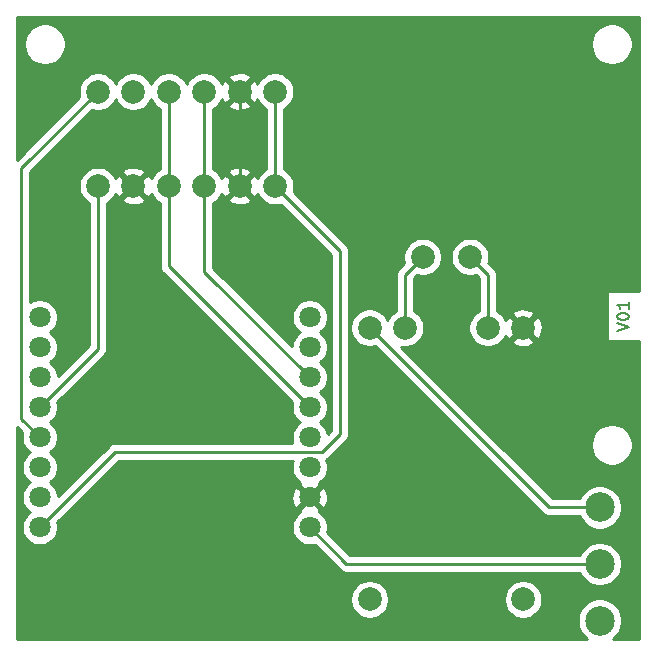
<source format=gtl>
%TF.GenerationSoftware,KiCad,Pcbnew,(5.1.10)-1*%
%TF.CreationDate,2021-12-21T20:20:17-05:00*%
%TF.ProjectId,SlimeVRMotherBoard,536c696d-6556-4524-9d6f-74686572426f,rev?*%
%TF.SameCoordinates,Original*%
%TF.FileFunction,Copper,L1,Top*%
%TF.FilePolarity,Positive*%
%FSLAX46Y46*%
G04 Gerber Fmt 4.6, Leading zero omitted, Abs format (unit mm)*
G04 Created by KiCad (PCBNEW (5.1.10)-1) date 2021-12-21 20:20:17*
%MOMM*%
%LPD*%
G01*
G04 APERTURE LIST*
%TA.AperFunction,NonConductor*%
%ADD10C,0.150000*%
%TD*%
%TA.AperFunction,ComponentPad*%
%ADD11C,2.000000*%
%TD*%
%TA.AperFunction,ComponentPad*%
%ADD12C,2.500000*%
%TD*%
%TA.AperFunction,ComponentPad*%
%ADD13C,1.800000*%
%TD*%
%TA.AperFunction,Conductor*%
%ADD14C,0.250000*%
%TD*%
%TA.AperFunction,Conductor*%
%ADD15C,0.254000*%
%TD*%
%TA.AperFunction,Conductor*%
%ADD16C,0.100000*%
%TD*%
G04 APERTURE END LIST*
D10*
X185452380Y-122285714D02*
X186452380Y-121952380D01*
X185452380Y-121619047D01*
X185452380Y-121095238D02*
X185452380Y-121000000D01*
X185500000Y-120904761D01*
X185547619Y-120857142D01*
X185642857Y-120809523D01*
X185833333Y-120761904D01*
X186071428Y-120761904D01*
X186261904Y-120809523D01*
X186357142Y-120857142D01*
X186404761Y-120904761D01*
X186452380Y-121000000D01*
X186452380Y-121095238D01*
X186404761Y-121190476D01*
X186357142Y-121238095D01*
X186261904Y-121285714D01*
X186071428Y-121333333D01*
X185833333Y-121333333D01*
X185642857Y-121285714D01*
X185547619Y-121238095D01*
X185500000Y-121190476D01*
X185452380Y-121095238D01*
X186452380Y-119809523D02*
X186452380Y-120380952D01*
X186452380Y-120095238D02*
X185452380Y-120095238D01*
X185595238Y-120190476D01*
X185690476Y-120285714D01*
X185738095Y-120380952D01*
D11*
%TO.P,BT1,1*%
%TO.N,Net-(BT1-Pad1)*%
X173000000Y-116000000D03*
%TO.P,BT1,2*%
%TO.N,Net-(BT1-Pad2)*%
X169000000Y-116000000D03*
%TD*%
D12*
%TO.P,S1,2*%
%TO.N,Net-(S1-Pad2)*%
X184000000Y-142000000D03*
%TO.P,S1,1*%
%TO.N,Net-(S1-Pad1)*%
X184000000Y-146800000D03*
%TO.P,S1,3*%
%TO.N,Net-(S1-Pad3)*%
X184000000Y-137200000D03*
%TD*%
D11*
%TO.P,U1,4*%
%TO.N,Net-(U1-Pad4)*%
X177500000Y-122000000D03*
%TO.P,U1,3*%
%TO.N,Net-(BT1-Pad1)*%
X174500000Y-122000000D03*
%TO.P,U1,5*%
%TO.N,Net-(U1-Pad5)*%
X164500000Y-145000000D03*
%TO.P,U1,6*%
%TO.N,Net-(U1-Pad6)*%
X177500000Y-145000000D03*
%TO.P,U1,1*%
%TO.N,Net-(S1-Pad3)*%
X164500000Y-122000000D03*
%TO.P,U1,2*%
%TO.N,Net-(BT1-Pad2)*%
X167500000Y-122000000D03*
%TD*%
D13*
%TO.P,U2,8*%
%TO.N,Net-(U2-Pad8)*%
X136570000Y-138890000D03*
%TO.P,U2,9*%
%TO.N,Net-(S1-Pad2)*%
X159430000Y-138890000D03*
%TO.P,U2,7*%
%TO.N,Net-(U2-Pad7)*%
X136570000Y-136350000D03*
%TO.P,U2,10*%
%TO.N,Net-(U1-Pad4)*%
X159430000Y-136350000D03*
%TO.P,U2,6*%
%TO.N,Net-(U2-Pad6)*%
X136570000Y-133810000D03*
%TO.P,U2,11*%
%TO.N,Net-(U2-Pad11)*%
X159430000Y-133810000D03*
%TO.P,U2,5*%
%TO.N,Net-(U2-Pad5)*%
X136570000Y-131270000D03*
%TO.P,U2,12*%
%TO.N,Net-(U2-Pad12)*%
X159430000Y-131270000D03*
%TO.P,U2,4*%
%TO.N,Net-(U2-Pad4)*%
X136570000Y-128730000D03*
%TO.P,U2,13*%
%TO.N,Net-(U2-Pad13)*%
X159430000Y-128730000D03*
%TO.P,U2,3*%
%TO.N,Net-(U2-Pad3)*%
X136570000Y-126190000D03*
%TO.P,U2,14*%
%TO.N,Net-(U2-Pad14)*%
X159430000Y-126190000D03*
%TO.P,U2,2*%
%TO.N,Net-(U2-Pad2)*%
X136570000Y-123650000D03*
%TO.P,U2,15*%
%TO.N,Net-(U2-Pad15)*%
X159430000Y-123650000D03*
%TO.P,U2,1*%
%TO.N,Net-(U2-Pad1)*%
X136570000Y-121110000D03*
%TO.P,U2,16*%
%TO.N,Net-(U2-Pad16)*%
X159430000Y-121110000D03*
%TD*%
D11*
%TO.P,U3,3*%
%TO.N,Net-(U2-Pad14)*%
X150500000Y-110000000D03*
%TO.P,U3,2*%
%TO.N,Net-(U1-Pad4)*%
X153500000Y-110000000D03*
%TO.P,U3,1*%
%TO.N,Net-(U2-Pad8)*%
X156500000Y-110000000D03*
%TO.P,U3,4*%
%TO.N,Net-(U2-Pad13)*%
X147500000Y-110000000D03*
%TO.P,U3,5*%
%TO.N,Net-(U1-Pad4)*%
X144500000Y-110000000D03*
%TO.P,U3,6*%
%TO.N,Net-(U2-Pad4)*%
X141500000Y-110000000D03*
%TD*%
%TO.P,U4,6*%
%TO.N,Net-(U2-Pad5)*%
X141500000Y-102000000D03*
%TO.P,U4,5*%
%TO.N,Net-(U4-Pad5)*%
X144500000Y-102000000D03*
%TO.P,U4,4*%
%TO.N,Net-(U2-Pad13)*%
X147500000Y-102000000D03*
%TO.P,U4,1*%
%TO.N,Net-(U2-Pad8)*%
X156500000Y-102000000D03*
%TO.P,U4,2*%
%TO.N,Net-(U1-Pad4)*%
X153500000Y-102000000D03*
%TO.P,U4,3*%
%TO.N,Net-(U2-Pad14)*%
X150500000Y-102000000D03*
%TD*%
D14*
%TO.N,Net-(BT1-Pad1)*%
X174500000Y-117500000D02*
X173000000Y-116000000D01*
X174500000Y-122000000D02*
X174500000Y-117500000D01*
%TO.N,Net-(BT1-Pad2)*%
X167500000Y-117500000D02*
X169000000Y-116000000D01*
X167500000Y-122000000D02*
X167500000Y-117500000D01*
%TO.N,Net-(S1-Pad2)*%
X162540000Y-142000000D02*
X159430000Y-138890000D01*
X184000000Y-142000000D02*
X162540000Y-142000000D01*
%TO.N,Net-(S1-Pad3)*%
X179700000Y-137200000D02*
X164500000Y-122000000D01*
X184000000Y-137200000D02*
X179700000Y-137200000D01*
%TO.N,Net-(U1-Pad4)*%
X153500000Y-102000000D02*
X153500000Y-110000000D01*
%TO.N,Net-(U2-Pad8)*%
X156500000Y-102000000D02*
X156500000Y-110000000D01*
X162000000Y-115500000D02*
X156500000Y-110000000D01*
X160504999Y-132495001D02*
X162000000Y-131000000D01*
X162000000Y-131000000D02*
X162000000Y-115500000D01*
X142964999Y-132495001D02*
X160504999Y-132495001D01*
X136570000Y-138890000D02*
X142964999Y-132495001D01*
%TO.N,Net-(U2-Pad5)*%
X136570000Y-131270000D02*
X135000000Y-129700000D01*
X135000000Y-108500000D02*
X141500000Y-102000000D01*
X135000000Y-129700000D02*
X135000000Y-108500000D01*
%TO.N,Net-(U2-Pad4)*%
X141500000Y-123800000D02*
X141500000Y-110000000D01*
X136570000Y-128730000D02*
X141500000Y-123800000D01*
%TO.N,Net-(U2-Pad13)*%
X147500000Y-102000000D02*
X147500000Y-110000000D01*
X147500000Y-116800000D02*
X147500000Y-110000000D01*
X159430000Y-128730000D02*
X147500000Y-116800000D01*
%TO.N,Net-(U2-Pad14)*%
X150500000Y-110000000D02*
X150500000Y-102000000D01*
X150500000Y-117260000D02*
X150500000Y-110000000D01*
X159430000Y-126190000D02*
X150500000Y-117260000D01*
%TD*%
D15*
%TO.N,Net-(U1-Pad4)*%
X187340000Y-118909047D02*
X184607500Y-118909047D01*
X184607500Y-123090952D01*
X187340001Y-123090952D01*
X187340001Y-148340000D01*
X185088138Y-148340000D01*
X185201618Y-148264175D01*
X185464175Y-148001618D01*
X185670466Y-147692882D01*
X185812561Y-147349834D01*
X185885000Y-146985656D01*
X185885000Y-146614344D01*
X185812561Y-146250166D01*
X185670466Y-145907118D01*
X185464175Y-145598382D01*
X185201618Y-145335825D01*
X184892882Y-145129534D01*
X184549834Y-144987439D01*
X184185656Y-144915000D01*
X183814344Y-144915000D01*
X183450166Y-144987439D01*
X183107118Y-145129534D01*
X182798382Y-145335825D01*
X182535825Y-145598382D01*
X182329534Y-145907118D01*
X182187439Y-146250166D01*
X182115000Y-146614344D01*
X182115000Y-146985656D01*
X182187439Y-147349834D01*
X182329534Y-147692882D01*
X182535825Y-148001618D01*
X182798382Y-148264175D01*
X182911862Y-148340000D01*
X134660000Y-148340000D01*
X134660000Y-144838967D01*
X162865000Y-144838967D01*
X162865000Y-145161033D01*
X162927832Y-145476912D01*
X163051082Y-145774463D01*
X163230013Y-146042252D01*
X163457748Y-146269987D01*
X163725537Y-146448918D01*
X164023088Y-146572168D01*
X164338967Y-146635000D01*
X164661033Y-146635000D01*
X164976912Y-146572168D01*
X165274463Y-146448918D01*
X165542252Y-146269987D01*
X165769987Y-146042252D01*
X165948918Y-145774463D01*
X166072168Y-145476912D01*
X166135000Y-145161033D01*
X166135000Y-144838967D01*
X175865000Y-144838967D01*
X175865000Y-145161033D01*
X175927832Y-145476912D01*
X176051082Y-145774463D01*
X176230013Y-146042252D01*
X176457748Y-146269987D01*
X176725537Y-146448918D01*
X177023088Y-146572168D01*
X177338967Y-146635000D01*
X177661033Y-146635000D01*
X177976912Y-146572168D01*
X178274463Y-146448918D01*
X178542252Y-146269987D01*
X178769987Y-146042252D01*
X178948918Y-145774463D01*
X179072168Y-145476912D01*
X179135000Y-145161033D01*
X179135000Y-144838967D01*
X179072168Y-144523088D01*
X178948918Y-144225537D01*
X178769987Y-143957748D01*
X178542252Y-143730013D01*
X178274463Y-143551082D01*
X177976912Y-143427832D01*
X177661033Y-143365000D01*
X177338967Y-143365000D01*
X177023088Y-143427832D01*
X176725537Y-143551082D01*
X176457748Y-143730013D01*
X176230013Y-143957748D01*
X176051082Y-144225537D01*
X175927832Y-144523088D01*
X175865000Y-144838967D01*
X166135000Y-144838967D01*
X166072168Y-144523088D01*
X165948918Y-144225537D01*
X165769987Y-143957748D01*
X165542252Y-143730013D01*
X165274463Y-143551082D01*
X164976912Y-143427832D01*
X164661033Y-143365000D01*
X164338967Y-143365000D01*
X164023088Y-143427832D01*
X163725537Y-143551082D01*
X163457748Y-143730013D01*
X163230013Y-143957748D01*
X163051082Y-144225537D01*
X162927832Y-144523088D01*
X162865000Y-144838967D01*
X134660000Y-144838967D01*
X134660000Y-130434801D01*
X135086269Y-130861070D01*
X135035000Y-131118816D01*
X135035000Y-131421184D01*
X135093989Y-131717743D01*
X135209701Y-131997095D01*
X135377688Y-132248505D01*
X135591495Y-132462312D01*
X135707763Y-132540000D01*
X135591495Y-132617688D01*
X135377688Y-132831495D01*
X135209701Y-133082905D01*
X135093989Y-133362257D01*
X135035000Y-133658816D01*
X135035000Y-133961184D01*
X135093989Y-134257743D01*
X135209701Y-134537095D01*
X135377688Y-134788505D01*
X135591495Y-135002312D01*
X135707763Y-135080000D01*
X135591495Y-135157688D01*
X135377688Y-135371495D01*
X135209701Y-135622905D01*
X135093989Y-135902257D01*
X135035000Y-136198816D01*
X135035000Y-136501184D01*
X135093989Y-136797743D01*
X135209701Y-137077095D01*
X135377688Y-137328505D01*
X135591495Y-137542312D01*
X135707763Y-137620000D01*
X135591495Y-137697688D01*
X135377688Y-137911495D01*
X135209701Y-138162905D01*
X135093989Y-138442257D01*
X135035000Y-138738816D01*
X135035000Y-139041184D01*
X135093989Y-139337743D01*
X135209701Y-139617095D01*
X135377688Y-139868505D01*
X135591495Y-140082312D01*
X135842905Y-140250299D01*
X136122257Y-140366011D01*
X136418816Y-140425000D01*
X136721184Y-140425000D01*
X137017743Y-140366011D01*
X137297095Y-140250299D01*
X137548505Y-140082312D01*
X137762312Y-139868505D01*
X137930299Y-139617095D01*
X138046011Y-139337743D01*
X138105000Y-139041184D01*
X138105000Y-138738816D01*
X157895000Y-138738816D01*
X157895000Y-139041184D01*
X157953989Y-139337743D01*
X158069701Y-139617095D01*
X158237688Y-139868505D01*
X158451495Y-140082312D01*
X158702905Y-140250299D01*
X158982257Y-140366011D01*
X159278816Y-140425000D01*
X159581184Y-140425000D01*
X159838930Y-140373731D01*
X161976201Y-142511003D01*
X161999999Y-142540001D01*
X162115724Y-142634974D01*
X162247753Y-142705546D01*
X162391014Y-142749003D01*
X162502667Y-142760000D01*
X162502676Y-142760000D01*
X162539999Y-142763676D01*
X162577322Y-142760000D01*
X182274493Y-142760000D01*
X182329534Y-142892882D01*
X182535825Y-143201618D01*
X182798382Y-143464175D01*
X183107118Y-143670466D01*
X183450166Y-143812561D01*
X183814344Y-143885000D01*
X184185656Y-143885000D01*
X184549834Y-143812561D01*
X184892882Y-143670466D01*
X185201618Y-143464175D01*
X185464175Y-143201618D01*
X185670466Y-142892882D01*
X185812561Y-142549834D01*
X185885000Y-142185656D01*
X185885000Y-141814344D01*
X185812561Y-141450166D01*
X185670466Y-141107118D01*
X185464175Y-140798382D01*
X185201618Y-140535825D01*
X184892882Y-140329534D01*
X184549834Y-140187439D01*
X184185656Y-140115000D01*
X183814344Y-140115000D01*
X183450166Y-140187439D01*
X183107118Y-140329534D01*
X182798382Y-140535825D01*
X182535825Y-140798382D01*
X182329534Y-141107118D01*
X182274493Y-141240000D01*
X162854802Y-141240000D01*
X160913731Y-139298930D01*
X160965000Y-139041184D01*
X160965000Y-138738816D01*
X160906011Y-138442257D01*
X160790299Y-138162905D01*
X160622312Y-137911495D01*
X160408505Y-137697688D01*
X160254895Y-137595049D01*
X160314475Y-137414080D01*
X159430000Y-136529605D01*
X158545525Y-137414080D01*
X158605105Y-137595049D01*
X158451495Y-137697688D01*
X158237688Y-137911495D01*
X158069701Y-138162905D01*
X157953989Y-138442257D01*
X157895000Y-138738816D01*
X138105000Y-138738816D01*
X138053731Y-138481070D01*
X140118248Y-136416553D01*
X157889009Y-136416553D01*
X157931603Y-136715907D01*
X158031778Y-137001199D01*
X158111739Y-137150792D01*
X158365920Y-137234475D01*
X159250395Y-136350000D01*
X159609605Y-136350000D01*
X160494080Y-137234475D01*
X160748261Y-137150792D01*
X160879158Y-136878225D01*
X160954365Y-136585358D01*
X160970991Y-136283447D01*
X160928397Y-135984093D01*
X160828222Y-135698801D01*
X160748261Y-135549208D01*
X160494080Y-135465525D01*
X159609605Y-136350000D01*
X159250395Y-136350000D01*
X158365920Y-135465525D01*
X158111739Y-135549208D01*
X157980842Y-135821775D01*
X157905635Y-136114642D01*
X157889009Y-136416553D01*
X140118248Y-136416553D01*
X143279801Y-133255001D01*
X157998416Y-133255001D01*
X157953989Y-133362257D01*
X157895000Y-133658816D01*
X157895000Y-133961184D01*
X157953989Y-134257743D01*
X158069701Y-134537095D01*
X158237688Y-134788505D01*
X158451495Y-135002312D01*
X158605105Y-135104951D01*
X158545525Y-135285920D01*
X159430000Y-136170395D01*
X160314475Y-135285920D01*
X160254895Y-135104951D01*
X160408505Y-135002312D01*
X160622312Y-134788505D01*
X160790299Y-134537095D01*
X160906011Y-134257743D01*
X160965000Y-133961184D01*
X160965000Y-133658816D01*
X160906011Y-133362257D01*
X160831454Y-133182262D01*
X160929275Y-133129975D01*
X161045000Y-133035002D01*
X161068803Y-133005998D01*
X162511004Y-131563798D01*
X162540001Y-131540001D01*
X162634974Y-131424276D01*
X162705546Y-131292247D01*
X162749003Y-131148986D01*
X162760000Y-131037333D01*
X162760000Y-131037325D01*
X162763676Y-131000000D01*
X162760000Y-130962675D01*
X162760000Y-121838967D01*
X162865000Y-121838967D01*
X162865000Y-122161033D01*
X162927832Y-122476912D01*
X163051082Y-122774463D01*
X163230013Y-123042252D01*
X163457748Y-123269987D01*
X163725537Y-123448918D01*
X164023088Y-123572168D01*
X164338967Y-123635000D01*
X164661033Y-123635000D01*
X164976912Y-123572168D01*
X164991376Y-123566177D01*
X179136201Y-137711003D01*
X179159999Y-137740001D01*
X179188997Y-137763799D01*
X179275723Y-137834974D01*
X179380523Y-137890991D01*
X179407753Y-137905546D01*
X179551014Y-137949003D01*
X179662667Y-137960000D01*
X179662676Y-137960000D01*
X179699999Y-137963676D01*
X179737322Y-137960000D01*
X182274493Y-137960000D01*
X182329534Y-138092882D01*
X182535825Y-138401618D01*
X182798382Y-138664175D01*
X183107118Y-138870466D01*
X183450166Y-139012561D01*
X183814344Y-139085000D01*
X184185656Y-139085000D01*
X184549834Y-139012561D01*
X184892882Y-138870466D01*
X185201618Y-138664175D01*
X185464175Y-138401618D01*
X185670466Y-138092882D01*
X185812561Y-137749834D01*
X185885000Y-137385656D01*
X185885000Y-137014344D01*
X185812561Y-136650166D01*
X185670466Y-136307118D01*
X185464175Y-135998382D01*
X185201618Y-135735825D01*
X184892882Y-135529534D01*
X184549834Y-135387439D01*
X184185656Y-135315000D01*
X183814344Y-135315000D01*
X183450166Y-135387439D01*
X183107118Y-135529534D01*
X182798382Y-135735825D01*
X182535825Y-135998382D01*
X182329534Y-136307118D01*
X182274493Y-136440000D01*
X180014802Y-136440000D01*
X175300331Y-131725529D01*
X183228571Y-131725529D01*
X183228571Y-132074471D01*
X183296646Y-132416707D01*
X183430180Y-132739086D01*
X183624041Y-133029220D01*
X183870780Y-133275959D01*
X184160914Y-133469820D01*
X184483293Y-133603354D01*
X184825529Y-133671429D01*
X185174471Y-133671429D01*
X185516707Y-133603354D01*
X185839086Y-133469820D01*
X186129220Y-133275959D01*
X186375959Y-133029220D01*
X186569820Y-132739086D01*
X186703354Y-132416707D01*
X186771429Y-132074471D01*
X186771429Y-131725529D01*
X186703354Y-131383293D01*
X186569820Y-131060914D01*
X186375959Y-130770780D01*
X186129220Y-130524041D01*
X185839086Y-130330180D01*
X185516707Y-130196646D01*
X185174471Y-130128571D01*
X184825529Y-130128571D01*
X184483293Y-130196646D01*
X184160914Y-130330180D01*
X183870780Y-130524041D01*
X183624041Y-130770780D01*
X183430180Y-131060914D01*
X183296646Y-131383293D01*
X183228571Y-131725529D01*
X175300331Y-131725529D01*
X167177729Y-123602928D01*
X167338967Y-123635000D01*
X167661033Y-123635000D01*
X167976912Y-123572168D01*
X168274463Y-123448918D01*
X168542252Y-123269987D01*
X168769987Y-123042252D01*
X168948918Y-122774463D01*
X169072168Y-122476912D01*
X169135000Y-122161033D01*
X169135000Y-121838967D01*
X169072168Y-121523088D01*
X168948918Y-121225537D01*
X168769987Y-120957748D01*
X168542252Y-120730013D01*
X168274463Y-120551082D01*
X168260000Y-120545091D01*
X168260000Y-117814801D01*
X168508624Y-117566177D01*
X168523088Y-117572168D01*
X168838967Y-117635000D01*
X169161033Y-117635000D01*
X169476912Y-117572168D01*
X169774463Y-117448918D01*
X170042252Y-117269987D01*
X170269987Y-117042252D01*
X170448918Y-116774463D01*
X170572168Y-116476912D01*
X170635000Y-116161033D01*
X170635000Y-115838967D01*
X171365000Y-115838967D01*
X171365000Y-116161033D01*
X171427832Y-116476912D01*
X171551082Y-116774463D01*
X171730013Y-117042252D01*
X171957748Y-117269987D01*
X172225537Y-117448918D01*
X172523088Y-117572168D01*
X172838967Y-117635000D01*
X173161033Y-117635000D01*
X173476912Y-117572168D01*
X173491375Y-117566177D01*
X173740001Y-117814803D01*
X173740000Y-120545091D01*
X173725537Y-120551082D01*
X173457748Y-120730013D01*
X173230013Y-120957748D01*
X173051082Y-121225537D01*
X172927832Y-121523088D01*
X172865000Y-121838967D01*
X172865000Y-122161033D01*
X172927832Y-122476912D01*
X173051082Y-122774463D01*
X173230013Y-123042252D01*
X173457748Y-123269987D01*
X173725537Y-123448918D01*
X174023088Y-123572168D01*
X174338967Y-123635000D01*
X174661033Y-123635000D01*
X174976912Y-123572168D01*
X175274463Y-123448918D01*
X175542252Y-123269987D01*
X175676826Y-123135413D01*
X176544192Y-123135413D01*
X176639956Y-123399814D01*
X176929571Y-123540704D01*
X177241108Y-123622384D01*
X177562595Y-123641718D01*
X177881675Y-123597961D01*
X178186088Y-123492795D01*
X178360044Y-123399814D01*
X178455808Y-123135413D01*
X177500000Y-122179605D01*
X176544192Y-123135413D01*
X175676826Y-123135413D01*
X175769987Y-123042252D01*
X175948918Y-122774463D01*
X175997346Y-122657549D01*
X176007205Y-122686088D01*
X176100186Y-122860044D01*
X176364587Y-122955808D01*
X177320395Y-122000000D01*
X177679605Y-122000000D01*
X178635413Y-122955808D01*
X178899814Y-122860044D01*
X179040704Y-122570429D01*
X179122384Y-122258892D01*
X179141718Y-121937405D01*
X179097961Y-121618325D01*
X178992795Y-121313912D01*
X178899814Y-121139956D01*
X178635413Y-121044192D01*
X177679605Y-122000000D01*
X177320395Y-122000000D01*
X176364587Y-121044192D01*
X176100186Y-121139956D01*
X175999338Y-121347261D01*
X175948918Y-121225537D01*
X175769987Y-120957748D01*
X175676826Y-120864587D01*
X176544192Y-120864587D01*
X177500000Y-121820395D01*
X178455808Y-120864587D01*
X178360044Y-120600186D01*
X178070429Y-120459296D01*
X177758892Y-120377616D01*
X177437405Y-120358282D01*
X177118325Y-120402039D01*
X176813912Y-120507205D01*
X176639956Y-120600186D01*
X176544192Y-120864587D01*
X175676826Y-120864587D01*
X175542252Y-120730013D01*
X175274463Y-120551082D01*
X175260000Y-120545091D01*
X175260000Y-117537322D01*
X175263676Y-117499999D01*
X175260000Y-117462676D01*
X175260000Y-117462667D01*
X175249003Y-117351014D01*
X175205546Y-117207753D01*
X175134974Y-117075724D01*
X175040001Y-116959999D01*
X175011003Y-116936201D01*
X174566177Y-116491375D01*
X174572168Y-116476912D01*
X174635000Y-116161033D01*
X174635000Y-115838967D01*
X174572168Y-115523088D01*
X174448918Y-115225537D01*
X174269987Y-114957748D01*
X174042252Y-114730013D01*
X173774463Y-114551082D01*
X173476912Y-114427832D01*
X173161033Y-114365000D01*
X172838967Y-114365000D01*
X172523088Y-114427832D01*
X172225537Y-114551082D01*
X171957748Y-114730013D01*
X171730013Y-114957748D01*
X171551082Y-115225537D01*
X171427832Y-115523088D01*
X171365000Y-115838967D01*
X170635000Y-115838967D01*
X170572168Y-115523088D01*
X170448918Y-115225537D01*
X170269987Y-114957748D01*
X170042252Y-114730013D01*
X169774463Y-114551082D01*
X169476912Y-114427832D01*
X169161033Y-114365000D01*
X168838967Y-114365000D01*
X168523088Y-114427832D01*
X168225537Y-114551082D01*
X167957748Y-114730013D01*
X167730013Y-114957748D01*
X167551082Y-115225537D01*
X167427832Y-115523088D01*
X167365000Y-115838967D01*
X167365000Y-116161033D01*
X167427832Y-116476912D01*
X167433823Y-116491376D01*
X166988998Y-116936201D01*
X166960000Y-116959999D01*
X166936202Y-116988997D01*
X166936201Y-116988998D01*
X166865026Y-117075724D01*
X166794454Y-117207754D01*
X166778606Y-117260000D01*
X166750999Y-117351013D01*
X166750998Y-117351015D01*
X166736324Y-117500000D01*
X166740001Y-117537332D01*
X166740000Y-120545091D01*
X166725537Y-120551082D01*
X166457748Y-120730013D01*
X166230013Y-120957748D01*
X166051082Y-121225537D01*
X166000000Y-121348860D01*
X165948918Y-121225537D01*
X165769987Y-120957748D01*
X165542252Y-120730013D01*
X165274463Y-120551082D01*
X164976912Y-120427832D01*
X164661033Y-120365000D01*
X164338967Y-120365000D01*
X164023088Y-120427832D01*
X163725537Y-120551082D01*
X163457748Y-120730013D01*
X163230013Y-120957748D01*
X163051082Y-121225537D01*
X162927832Y-121523088D01*
X162865000Y-121838967D01*
X162760000Y-121838967D01*
X162760000Y-115537333D01*
X162763677Y-115500000D01*
X162749003Y-115351014D01*
X162705546Y-115207753D01*
X162634974Y-115075724D01*
X162563799Y-114988997D01*
X162540001Y-114959999D01*
X162511003Y-114936201D01*
X158066177Y-110491376D01*
X158072168Y-110476912D01*
X158135000Y-110161033D01*
X158135000Y-109838967D01*
X158072168Y-109523088D01*
X157948918Y-109225537D01*
X157769987Y-108957748D01*
X157542252Y-108730013D01*
X157274463Y-108551082D01*
X157260000Y-108545091D01*
X157260000Y-103454909D01*
X157274463Y-103448918D01*
X157542252Y-103269987D01*
X157769987Y-103042252D01*
X157948918Y-102774463D01*
X158072168Y-102476912D01*
X158135000Y-102161033D01*
X158135000Y-101838967D01*
X158072168Y-101523088D01*
X157948918Y-101225537D01*
X157769987Y-100957748D01*
X157542252Y-100730013D01*
X157274463Y-100551082D01*
X156976912Y-100427832D01*
X156661033Y-100365000D01*
X156338967Y-100365000D01*
X156023088Y-100427832D01*
X155725537Y-100551082D01*
X155457748Y-100730013D01*
X155230013Y-100957748D01*
X155051082Y-101225537D01*
X155002654Y-101342451D01*
X154992795Y-101313912D01*
X154899814Y-101139956D01*
X154635413Y-101044192D01*
X153679605Y-102000000D01*
X154635413Y-102955808D01*
X154899814Y-102860044D01*
X155000662Y-102652739D01*
X155051082Y-102774463D01*
X155230013Y-103042252D01*
X155457748Y-103269987D01*
X155725537Y-103448918D01*
X155740000Y-103454909D01*
X155740001Y-108545091D01*
X155725537Y-108551082D01*
X155457748Y-108730013D01*
X155230013Y-108957748D01*
X155051082Y-109225537D01*
X155002654Y-109342451D01*
X154992795Y-109313912D01*
X154899814Y-109139956D01*
X154635413Y-109044192D01*
X153679605Y-110000000D01*
X154635413Y-110955808D01*
X154899814Y-110860044D01*
X155000662Y-110652739D01*
X155051082Y-110774463D01*
X155230013Y-111042252D01*
X155457748Y-111269987D01*
X155725537Y-111448918D01*
X156023088Y-111572168D01*
X156338967Y-111635000D01*
X156661033Y-111635000D01*
X156976912Y-111572168D01*
X156991376Y-111566177D01*
X161240001Y-115814803D01*
X161240000Y-130685198D01*
X160938684Y-130986515D01*
X160906011Y-130822257D01*
X160790299Y-130542905D01*
X160622312Y-130291495D01*
X160408505Y-130077688D01*
X160292237Y-130000000D01*
X160408505Y-129922312D01*
X160622312Y-129708505D01*
X160790299Y-129457095D01*
X160906011Y-129177743D01*
X160965000Y-128881184D01*
X160965000Y-128578816D01*
X160906011Y-128282257D01*
X160790299Y-128002905D01*
X160622312Y-127751495D01*
X160408505Y-127537688D01*
X160292237Y-127460000D01*
X160408505Y-127382312D01*
X160622312Y-127168505D01*
X160790299Y-126917095D01*
X160906011Y-126637743D01*
X160965000Y-126341184D01*
X160965000Y-126038816D01*
X160906011Y-125742257D01*
X160790299Y-125462905D01*
X160622312Y-125211495D01*
X160408505Y-124997688D01*
X160292237Y-124920000D01*
X160408505Y-124842312D01*
X160622312Y-124628505D01*
X160790299Y-124377095D01*
X160906011Y-124097743D01*
X160965000Y-123801184D01*
X160965000Y-123498816D01*
X160906011Y-123202257D01*
X160790299Y-122922905D01*
X160622312Y-122671495D01*
X160408505Y-122457688D01*
X160292237Y-122380000D01*
X160408505Y-122302312D01*
X160622312Y-122088505D01*
X160790299Y-121837095D01*
X160906011Y-121557743D01*
X160965000Y-121261184D01*
X160965000Y-120958816D01*
X160906011Y-120662257D01*
X160790299Y-120382905D01*
X160622312Y-120131495D01*
X160408505Y-119917688D01*
X160157095Y-119749701D01*
X159877743Y-119633989D01*
X159581184Y-119575000D01*
X159278816Y-119575000D01*
X158982257Y-119633989D01*
X158702905Y-119749701D01*
X158451495Y-119917688D01*
X158237688Y-120131495D01*
X158069701Y-120382905D01*
X157953989Y-120662257D01*
X157895000Y-120958816D01*
X157895000Y-121261184D01*
X157953989Y-121557743D01*
X158069701Y-121837095D01*
X158237688Y-122088505D01*
X158451495Y-122302312D01*
X158567763Y-122380000D01*
X158451495Y-122457688D01*
X158237688Y-122671495D01*
X158069701Y-122922905D01*
X157953989Y-123202257D01*
X157895000Y-123498816D01*
X157895000Y-123580198D01*
X151260000Y-116945199D01*
X151260000Y-111454909D01*
X151274463Y-111448918D01*
X151542252Y-111269987D01*
X151676826Y-111135413D01*
X152544192Y-111135413D01*
X152639956Y-111399814D01*
X152929571Y-111540704D01*
X153241108Y-111622384D01*
X153562595Y-111641718D01*
X153881675Y-111597961D01*
X154186088Y-111492795D01*
X154360044Y-111399814D01*
X154455808Y-111135413D01*
X153500000Y-110179605D01*
X152544192Y-111135413D01*
X151676826Y-111135413D01*
X151769987Y-111042252D01*
X151948918Y-110774463D01*
X151997346Y-110657549D01*
X152007205Y-110686088D01*
X152100186Y-110860044D01*
X152364587Y-110955808D01*
X153320395Y-110000000D01*
X152364587Y-109044192D01*
X152100186Y-109139956D01*
X151999338Y-109347261D01*
X151948918Y-109225537D01*
X151769987Y-108957748D01*
X151676826Y-108864587D01*
X152544192Y-108864587D01*
X153500000Y-109820395D01*
X154455808Y-108864587D01*
X154360044Y-108600186D01*
X154070429Y-108459296D01*
X153758892Y-108377616D01*
X153437405Y-108358282D01*
X153118325Y-108402039D01*
X152813912Y-108507205D01*
X152639956Y-108600186D01*
X152544192Y-108864587D01*
X151676826Y-108864587D01*
X151542252Y-108730013D01*
X151274463Y-108551082D01*
X151260000Y-108545091D01*
X151260000Y-103454909D01*
X151274463Y-103448918D01*
X151542252Y-103269987D01*
X151676826Y-103135413D01*
X152544192Y-103135413D01*
X152639956Y-103399814D01*
X152929571Y-103540704D01*
X153241108Y-103622384D01*
X153562595Y-103641718D01*
X153881675Y-103597961D01*
X154186088Y-103492795D01*
X154360044Y-103399814D01*
X154455808Y-103135413D01*
X153500000Y-102179605D01*
X152544192Y-103135413D01*
X151676826Y-103135413D01*
X151769987Y-103042252D01*
X151948918Y-102774463D01*
X151997346Y-102657549D01*
X152007205Y-102686088D01*
X152100186Y-102860044D01*
X152364587Y-102955808D01*
X153320395Y-102000000D01*
X152364587Y-101044192D01*
X152100186Y-101139956D01*
X151999338Y-101347261D01*
X151948918Y-101225537D01*
X151769987Y-100957748D01*
X151676826Y-100864587D01*
X152544192Y-100864587D01*
X153500000Y-101820395D01*
X154455808Y-100864587D01*
X154360044Y-100600186D01*
X154070429Y-100459296D01*
X153758892Y-100377616D01*
X153437405Y-100358282D01*
X153118325Y-100402039D01*
X152813912Y-100507205D01*
X152639956Y-100600186D01*
X152544192Y-100864587D01*
X151676826Y-100864587D01*
X151542252Y-100730013D01*
X151274463Y-100551082D01*
X150976912Y-100427832D01*
X150661033Y-100365000D01*
X150338967Y-100365000D01*
X150023088Y-100427832D01*
X149725537Y-100551082D01*
X149457748Y-100730013D01*
X149230013Y-100957748D01*
X149051082Y-101225537D01*
X149000000Y-101348860D01*
X148948918Y-101225537D01*
X148769987Y-100957748D01*
X148542252Y-100730013D01*
X148274463Y-100551082D01*
X147976912Y-100427832D01*
X147661033Y-100365000D01*
X147338967Y-100365000D01*
X147023088Y-100427832D01*
X146725537Y-100551082D01*
X146457748Y-100730013D01*
X146230013Y-100957748D01*
X146051082Y-101225537D01*
X146000000Y-101348860D01*
X145948918Y-101225537D01*
X145769987Y-100957748D01*
X145542252Y-100730013D01*
X145274463Y-100551082D01*
X144976912Y-100427832D01*
X144661033Y-100365000D01*
X144338967Y-100365000D01*
X144023088Y-100427832D01*
X143725537Y-100551082D01*
X143457748Y-100730013D01*
X143230013Y-100957748D01*
X143051082Y-101225537D01*
X143000000Y-101348860D01*
X142948918Y-101225537D01*
X142769987Y-100957748D01*
X142542252Y-100730013D01*
X142274463Y-100551082D01*
X141976912Y-100427832D01*
X141661033Y-100365000D01*
X141338967Y-100365000D01*
X141023088Y-100427832D01*
X140725537Y-100551082D01*
X140457748Y-100730013D01*
X140230013Y-100957748D01*
X140051082Y-101225537D01*
X139927832Y-101523088D01*
X139865000Y-101838967D01*
X139865000Y-102161033D01*
X139927832Y-102476912D01*
X139933823Y-102491375D01*
X134660000Y-107765199D01*
X134660000Y-97825529D01*
X135228571Y-97825529D01*
X135228571Y-98174471D01*
X135296646Y-98516707D01*
X135430180Y-98839086D01*
X135624041Y-99129220D01*
X135870780Y-99375959D01*
X136160914Y-99569820D01*
X136483293Y-99703354D01*
X136825529Y-99771429D01*
X137174471Y-99771429D01*
X137516707Y-99703354D01*
X137839086Y-99569820D01*
X138129220Y-99375959D01*
X138375959Y-99129220D01*
X138569820Y-98839086D01*
X138703354Y-98516707D01*
X138771429Y-98174471D01*
X138771429Y-97825529D01*
X183228571Y-97825529D01*
X183228571Y-98174471D01*
X183296646Y-98516707D01*
X183430180Y-98839086D01*
X183624041Y-99129220D01*
X183870780Y-99375959D01*
X184160914Y-99569820D01*
X184483293Y-99703354D01*
X184825529Y-99771429D01*
X185174471Y-99771429D01*
X185516707Y-99703354D01*
X185839086Y-99569820D01*
X186129220Y-99375959D01*
X186375959Y-99129220D01*
X186569820Y-98839086D01*
X186703354Y-98516707D01*
X186771429Y-98174471D01*
X186771429Y-97825529D01*
X186703354Y-97483293D01*
X186569820Y-97160914D01*
X186375959Y-96870780D01*
X186129220Y-96624041D01*
X185839086Y-96430180D01*
X185516707Y-96296646D01*
X185174471Y-96228571D01*
X184825529Y-96228571D01*
X184483293Y-96296646D01*
X184160914Y-96430180D01*
X183870780Y-96624041D01*
X183624041Y-96870780D01*
X183430180Y-97160914D01*
X183296646Y-97483293D01*
X183228571Y-97825529D01*
X138771429Y-97825529D01*
X138703354Y-97483293D01*
X138569820Y-97160914D01*
X138375959Y-96870780D01*
X138129220Y-96624041D01*
X137839086Y-96430180D01*
X137516707Y-96296646D01*
X137174471Y-96228571D01*
X136825529Y-96228571D01*
X136483293Y-96296646D01*
X136160914Y-96430180D01*
X135870780Y-96624041D01*
X135624041Y-96870780D01*
X135430180Y-97160914D01*
X135296646Y-97483293D01*
X135228571Y-97825529D01*
X134660000Y-97825529D01*
X134660000Y-95660000D01*
X187340000Y-95660000D01*
X187340000Y-118909047D01*
%TA.AperFunction,Conductor*%
D16*
G36*
X187340000Y-118909047D02*
G01*
X184607500Y-118909047D01*
X184607500Y-123090952D01*
X187340001Y-123090952D01*
X187340001Y-148340000D01*
X185088138Y-148340000D01*
X185201618Y-148264175D01*
X185464175Y-148001618D01*
X185670466Y-147692882D01*
X185812561Y-147349834D01*
X185885000Y-146985656D01*
X185885000Y-146614344D01*
X185812561Y-146250166D01*
X185670466Y-145907118D01*
X185464175Y-145598382D01*
X185201618Y-145335825D01*
X184892882Y-145129534D01*
X184549834Y-144987439D01*
X184185656Y-144915000D01*
X183814344Y-144915000D01*
X183450166Y-144987439D01*
X183107118Y-145129534D01*
X182798382Y-145335825D01*
X182535825Y-145598382D01*
X182329534Y-145907118D01*
X182187439Y-146250166D01*
X182115000Y-146614344D01*
X182115000Y-146985656D01*
X182187439Y-147349834D01*
X182329534Y-147692882D01*
X182535825Y-148001618D01*
X182798382Y-148264175D01*
X182911862Y-148340000D01*
X134660000Y-148340000D01*
X134660000Y-144838967D01*
X162865000Y-144838967D01*
X162865000Y-145161033D01*
X162927832Y-145476912D01*
X163051082Y-145774463D01*
X163230013Y-146042252D01*
X163457748Y-146269987D01*
X163725537Y-146448918D01*
X164023088Y-146572168D01*
X164338967Y-146635000D01*
X164661033Y-146635000D01*
X164976912Y-146572168D01*
X165274463Y-146448918D01*
X165542252Y-146269987D01*
X165769987Y-146042252D01*
X165948918Y-145774463D01*
X166072168Y-145476912D01*
X166135000Y-145161033D01*
X166135000Y-144838967D01*
X175865000Y-144838967D01*
X175865000Y-145161033D01*
X175927832Y-145476912D01*
X176051082Y-145774463D01*
X176230013Y-146042252D01*
X176457748Y-146269987D01*
X176725537Y-146448918D01*
X177023088Y-146572168D01*
X177338967Y-146635000D01*
X177661033Y-146635000D01*
X177976912Y-146572168D01*
X178274463Y-146448918D01*
X178542252Y-146269987D01*
X178769987Y-146042252D01*
X178948918Y-145774463D01*
X179072168Y-145476912D01*
X179135000Y-145161033D01*
X179135000Y-144838967D01*
X179072168Y-144523088D01*
X178948918Y-144225537D01*
X178769987Y-143957748D01*
X178542252Y-143730013D01*
X178274463Y-143551082D01*
X177976912Y-143427832D01*
X177661033Y-143365000D01*
X177338967Y-143365000D01*
X177023088Y-143427832D01*
X176725537Y-143551082D01*
X176457748Y-143730013D01*
X176230013Y-143957748D01*
X176051082Y-144225537D01*
X175927832Y-144523088D01*
X175865000Y-144838967D01*
X166135000Y-144838967D01*
X166072168Y-144523088D01*
X165948918Y-144225537D01*
X165769987Y-143957748D01*
X165542252Y-143730013D01*
X165274463Y-143551082D01*
X164976912Y-143427832D01*
X164661033Y-143365000D01*
X164338967Y-143365000D01*
X164023088Y-143427832D01*
X163725537Y-143551082D01*
X163457748Y-143730013D01*
X163230013Y-143957748D01*
X163051082Y-144225537D01*
X162927832Y-144523088D01*
X162865000Y-144838967D01*
X134660000Y-144838967D01*
X134660000Y-130434801D01*
X135086269Y-130861070D01*
X135035000Y-131118816D01*
X135035000Y-131421184D01*
X135093989Y-131717743D01*
X135209701Y-131997095D01*
X135377688Y-132248505D01*
X135591495Y-132462312D01*
X135707763Y-132540000D01*
X135591495Y-132617688D01*
X135377688Y-132831495D01*
X135209701Y-133082905D01*
X135093989Y-133362257D01*
X135035000Y-133658816D01*
X135035000Y-133961184D01*
X135093989Y-134257743D01*
X135209701Y-134537095D01*
X135377688Y-134788505D01*
X135591495Y-135002312D01*
X135707763Y-135080000D01*
X135591495Y-135157688D01*
X135377688Y-135371495D01*
X135209701Y-135622905D01*
X135093989Y-135902257D01*
X135035000Y-136198816D01*
X135035000Y-136501184D01*
X135093989Y-136797743D01*
X135209701Y-137077095D01*
X135377688Y-137328505D01*
X135591495Y-137542312D01*
X135707763Y-137620000D01*
X135591495Y-137697688D01*
X135377688Y-137911495D01*
X135209701Y-138162905D01*
X135093989Y-138442257D01*
X135035000Y-138738816D01*
X135035000Y-139041184D01*
X135093989Y-139337743D01*
X135209701Y-139617095D01*
X135377688Y-139868505D01*
X135591495Y-140082312D01*
X135842905Y-140250299D01*
X136122257Y-140366011D01*
X136418816Y-140425000D01*
X136721184Y-140425000D01*
X137017743Y-140366011D01*
X137297095Y-140250299D01*
X137548505Y-140082312D01*
X137762312Y-139868505D01*
X137930299Y-139617095D01*
X138046011Y-139337743D01*
X138105000Y-139041184D01*
X138105000Y-138738816D01*
X157895000Y-138738816D01*
X157895000Y-139041184D01*
X157953989Y-139337743D01*
X158069701Y-139617095D01*
X158237688Y-139868505D01*
X158451495Y-140082312D01*
X158702905Y-140250299D01*
X158982257Y-140366011D01*
X159278816Y-140425000D01*
X159581184Y-140425000D01*
X159838930Y-140373731D01*
X161976201Y-142511003D01*
X161999999Y-142540001D01*
X162115724Y-142634974D01*
X162247753Y-142705546D01*
X162391014Y-142749003D01*
X162502667Y-142760000D01*
X162502676Y-142760000D01*
X162539999Y-142763676D01*
X162577322Y-142760000D01*
X182274493Y-142760000D01*
X182329534Y-142892882D01*
X182535825Y-143201618D01*
X182798382Y-143464175D01*
X183107118Y-143670466D01*
X183450166Y-143812561D01*
X183814344Y-143885000D01*
X184185656Y-143885000D01*
X184549834Y-143812561D01*
X184892882Y-143670466D01*
X185201618Y-143464175D01*
X185464175Y-143201618D01*
X185670466Y-142892882D01*
X185812561Y-142549834D01*
X185885000Y-142185656D01*
X185885000Y-141814344D01*
X185812561Y-141450166D01*
X185670466Y-141107118D01*
X185464175Y-140798382D01*
X185201618Y-140535825D01*
X184892882Y-140329534D01*
X184549834Y-140187439D01*
X184185656Y-140115000D01*
X183814344Y-140115000D01*
X183450166Y-140187439D01*
X183107118Y-140329534D01*
X182798382Y-140535825D01*
X182535825Y-140798382D01*
X182329534Y-141107118D01*
X182274493Y-141240000D01*
X162854802Y-141240000D01*
X160913731Y-139298930D01*
X160965000Y-139041184D01*
X160965000Y-138738816D01*
X160906011Y-138442257D01*
X160790299Y-138162905D01*
X160622312Y-137911495D01*
X160408505Y-137697688D01*
X160254895Y-137595049D01*
X160314475Y-137414080D01*
X159430000Y-136529605D01*
X158545525Y-137414080D01*
X158605105Y-137595049D01*
X158451495Y-137697688D01*
X158237688Y-137911495D01*
X158069701Y-138162905D01*
X157953989Y-138442257D01*
X157895000Y-138738816D01*
X138105000Y-138738816D01*
X138053731Y-138481070D01*
X140118248Y-136416553D01*
X157889009Y-136416553D01*
X157931603Y-136715907D01*
X158031778Y-137001199D01*
X158111739Y-137150792D01*
X158365920Y-137234475D01*
X159250395Y-136350000D01*
X159609605Y-136350000D01*
X160494080Y-137234475D01*
X160748261Y-137150792D01*
X160879158Y-136878225D01*
X160954365Y-136585358D01*
X160970991Y-136283447D01*
X160928397Y-135984093D01*
X160828222Y-135698801D01*
X160748261Y-135549208D01*
X160494080Y-135465525D01*
X159609605Y-136350000D01*
X159250395Y-136350000D01*
X158365920Y-135465525D01*
X158111739Y-135549208D01*
X157980842Y-135821775D01*
X157905635Y-136114642D01*
X157889009Y-136416553D01*
X140118248Y-136416553D01*
X143279801Y-133255001D01*
X157998416Y-133255001D01*
X157953989Y-133362257D01*
X157895000Y-133658816D01*
X157895000Y-133961184D01*
X157953989Y-134257743D01*
X158069701Y-134537095D01*
X158237688Y-134788505D01*
X158451495Y-135002312D01*
X158605105Y-135104951D01*
X158545525Y-135285920D01*
X159430000Y-136170395D01*
X160314475Y-135285920D01*
X160254895Y-135104951D01*
X160408505Y-135002312D01*
X160622312Y-134788505D01*
X160790299Y-134537095D01*
X160906011Y-134257743D01*
X160965000Y-133961184D01*
X160965000Y-133658816D01*
X160906011Y-133362257D01*
X160831454Y-133182262D01*
X160929275Y-133129975D01*
X161045000Y-133035002D01*
X161068803Y-133005998D01*
X162511004Y-131563798D01*
X162540001Y-131540001D01*
X162634974Y-131424276D01*
X162705546Y-131292247D01*
X162749003Y-131148986D01*
X162760000Y-131037333D01*
X162760000Y-131037325D01*
X162763676Y-131000000D01*
X162760000Y-130962675D01*
X162760000Y-121838967D01*
X162865000Y-121838967D01*
X162865000Y-122161033D01*
X162927832Y-122476912D01*
X163051082Y-122774463D01*
X163230013Y-123042252D01*
X163457748Y-123269987D01*
X163725537Y-123448918D01*
X164023088Y-123572168D01*
X164338967Y-123635000D01*
X164661033Y-123635000D01*
X164976912Y-123572168D01*
X164991376Y-123566177D01*
X179136201Y-137711003D01*
X179159999Y-137740001D01*
X179188997Y-137763799D01*
X179275723Y-137834974D01*
X179380523Y-137890991D01*
X179407753Y-137905546D01*
X179551014Y-137949003D01*
X179662667Y-137960000D01*
X179662676Y-137960000D01*
X179699999Y-137963676D01*
X179737322Y-137960000D01*
X182274493Y-137960000D01*
X182329534Y-138092882D01*
X182535825Y-138401618D01*
X182798382Y-138664175D01*
X183107118Y-138870466D01*
X183450166Y-139012561D01*
X183814344Y-139085000D01*
X184185656Y-139085000D01*
X184549834Y-139012561D01*
X184892882Y-138870466D01*
X185201618Y-138664175D01*
X185464175Y-138401618D01*
X185670466Y-138092882D01*
X185812561Y-137749834D01*
X185885000Y-137385656D01*
X185885000Y-137014344D01*
X185812561Y-136650166D01*
X185670466Y-136307118D01*
X185464175Y-135998382D01*
X185201618Y-135735825D01*
X184892882Y-135529534D01*
X184549834Y-135387439D01*
X184185656Y-135315000D01*
X183814344Y-135315000D01*
X183450166Y-135387439D01*
X183107118Y-135529534D01*
X182798382Y-135735825D01*
X182535825Y-135998382D01*
X182329534Y-136307118D01*
X182274493Y-136440000D01*
X180014802Y-136440000D01*
X175300331Y-131725529D01*
X183228571Y-131725529D01*
X183228571Y-132074471D01*
X183296646Y-132416707D01*
X183430180Y-132739086D01*
X183624041Y-133029220D01*
X183870780Y-133275959D01*
X184160914Y-133469820D01*
X184483293Y-133603354D01*
X184825529Y-133671429D01*
X185174471Y-133671429D01*
X185516707Y-133603354D01*
X185839086Y-133469820D01*
X186129220Y-133275959D01*
X186375959Y-133029220D01*
X186569820Y-132739086D01*
X186703354Y-132416707D01*
X186771429Y-132074471D01*
X186771429Y-131725529D01*
X186703354Y-131383293D01*
X186569820Y-131060914D01*
X186375959Y-130770780D01*
X186129220Y-130524041D01*
X185839086Y-130330180D01*
X185516707Y-130196646D01*
X185174471Y-130128571D01*
X184825529Y-130128571D01*
X184483293Y-130196646D01*
X184160914Y-130330180D01*
X183870780Y-130524041D01*
X183624041Y-130770780D01*
X183430180Y-131060914D01*
X183296646Y-131383293D01*
X183228571Y-131725529D01*
X175300331Y-131725529D01*
X167177729Y-123602928D01*
X167338967Y-123635000D01*
X167661033Y-123635000D01*
X167976912Y-123572168D01*
X168274463Y-123448918D01*
X168542252Y-123269987D01*
X168769987Y-123042252D01*
X168948918Y-122774463D01*
X169072168Y-122476912D01*
X169135000Y-122161033D01*
X169135000Y-121838967D01*
X169072168Y-121523088D01*
X168948918Y-121225537D01*
X168769987Y-120957748D01*
X168542252Y-120730013D01*
X168274463Y-120551082D01*
X168260000Y-120545091D01*
X168260000Y-117814801D01*
X168508624Y-117566177D01*
X168523088Y-117572168D01*
X168838967Y-117635000D01*
X169161033Y-117635000D01*
X169476912Y-117572168D01*
X169774463Y-117448918D01*
X170042252Y-117269987D01*
X170269987Y-117042252D01*
X170448918Y-116774463D01*
X170572168Y-116476912D01*
X170635000Y-116161033D01*
X170635000Y-115838967D01*
X171365000Y-115838967D01*
X171365000Y-116161033D01*
X171427832Y-116476912D01*
X171551082Y-116774463D01*
X171730013Y-117042252D01*
X171957748Y-117269987D01*
X172225537Y-117448918D01*
X172523088Y-117572168D01*
X172838967Y-117635000D01*
X173161033Y-117635000D01*
X173476912Y-117572168D01*
X173491375Y-117566177D01*
X173740001Y-117814803D01*
X173740000Y-120545091D01*
X173725537Y-120551082D01*
X173457748Y-120730013D01*
X173230013Y-120957748D01*
X173051082Y-121225537D01*
X172927832Y-121523088D01*
X172865000Y-121838967D01*
X172865000Y-122161033D01*
X172927832Y-122476912D01*
X173051082Y-122774463D01*
X173230013Y-123042252D01*
X173457748Y-123269987D01*
X173725537Y-123448918D01*
X174023088Y-123572168D01*
X174338967Y-123635000D01*
X174661033Y-123635000D01*
X174976912Y-123572168D01*
X175274463Y-123448918D01*
X175542252Y-123269987D01*
X175676826Y-123135413D01*
X176544192Y-123135413D01*
X176639956Y-123399814D01*
X176929571Y-123540704D01*
X177241108Y-123622384D01*
X177562595Y-123641718D01*
X177881675Y-123597961D01*
X178186088Y-123492795D01*
X178360044Y-123399814D01*
X178455808Y-123135413D01*
X177500000Y-122179605D01*
X176544192Y-123135413D01*
X175676826Y-123135413D01*
X175769987Y-123042252D01*
X175948918Y-122774463D01*
X175997346Y-122657549D01*
X176007205Y-122686088D01*
X176100186Y-122860044D01*
X176364587Y-122955808D01*
X177320395Y-122000000D01*
X177679605Y-122000000D01*
X178635413Y-122955808D01*
X178899814Y-122860044D01*
X179040704Y-122570429D01*
X179122384Y-122258892D01*
X179141718Y-121937405D01*
X179097961Y-121618325D01*
X178992795Y-121313912D01*
X178899814Y-121139956D01*
X178635413Y-121044192D01*
X177679605Y-122000000D01*
X177320395Y-122000000D01*
X176364587Y-121044192D01*
X176100186Y-121139956D01*
X175999338Y-121347261D01*
X175948918Y-121225537D01*
X175769987Y-120957748D01*
X175676826Y-120864587D01*
X176544192Y-120864587D01*
X177500000Y-121820395D01*
X178455808Y-120864587D01*
X178360044Y-120600186D01*
X178070429Y-120459296D01*
X177758892Y-120377616D01*
X177437405Y-120358282D01*
X177118325Y-120402039D01*
X176813912Y-120507205D01*
X176639956Y-120600186D01*
X176544192Y-120864587D01*
X175676826Y-120864587D01*
X175542252Y-120730013D01*
X175274463Y-120551082D01*
X175260000Y-120545091D01*
X175260000Y-117537322D01*
X175263676Y-117499999D01*
X175260000Y-117462676D01*
X175260000Y-117462667D01*
X175249003Y-117351014D01*
X175205546Y-117207753D01*
X175134974Y-117075724D01*
X175040001Y-116959999D01*
X175011003Y-116936201D01*
X174566177Y-116491375D01*
X174572168Y-116476912D01*
X174635000Y-116161033D01*
X174635000Y-115838967D01*
X174572168Y-115523088D01*
X174448918Y-115225537D01*
X174269987Y-114957748D01*
X174042252Y-114730013D01*
X173774463Y-114551082D01*
X173476912Y-114427832D01*
X173161033Y-114365000D01*
X172838967Y-114365000D01*
X172523088Y-114427832D01*
X172225537Y-114551082D01*
X171957748Y-114730013D01*
X171730013Y-114957748D01*
X171551082Y-115225537D01*
X171427832Y-115523088D01*
X171365000Y-115838967D01*
X170635000Y-115838967D01*
X170572168Y-115523088D01*
X170448918Y-115225537D01*
X170269987Y-114957748D01*
X170042252Y-114730013D01*
X169774463Y-114551082D01*
X169476912Y-114427832D01*
X169161033Y-114365000D01*
X168838967Y-114365000D01*
X168523088Y-114427832D01*
X168225537Y-114551082D01*
X167957748Y-114730013D01*
X167730013Y-114957748D01*
X167551082Y-115225537D01*
X167427832Y-115523088D01*
X167365000Y-115838967D01*
X167365000Y-116161033D01*
X167427832Y-116476912D01*
X167433823Y-116491376D01*
X166988998Y-116936201D01*
X166960000Y-116959999D01*
X166936202Y-116988997D01*
X166936201Y-116988998D01*
X166865026Y-117075724D01*
X166794454Y-117207754D01*
X166778606Y-117260000D01*
X166750999Y-117351013D01*
X166750998Y-117351015D01*
X166736324Y-117500000D01*
X166740001Y-117537332D01*
X166740000Y-120545091D01*
X166725537Y-120551082D01*
X166457748Y-120730013D01*
X166230013Y-120957748D01*
X166051082Y-121225537D01*
X166000000Y-121348860D01*
X165948918Y-121225537D01*
X165769987Y-120957748D01*
X165542252Y-120730013D01*
X165274463Y-120551082D01*
X164976912Y-120427832D01*
X164661033Y-120365000D01*
X164338967Y-120365000D01*
X164023088Y-120427832D01*
X163725537Y-120551082D01*
X163457748Y-120730013D01*
X163230013Y-120957748D01*
X163051082Y-121225537D01*
X162927832Y-121523088D01*
X162865000Y-121838967D01*
X162760000Y-121838967D01*
X162760000Y-115537333D01*
X162763677Y-115500000D01*
X162749003Y-115351014D01*
X162705546Y-115207753D01*
X162634974Y-115075724D01*
X162563799Y-114988997D01*
X162540001Y-114959999D01*
X162511003Y-114936201D01*
X158066177Y-110491376D01*
X158072168Y-110476912D01*
X158135000Y-110161033D01*
X158135000Y-109838967D01*
X158072168Y-109523088D01*
X157948918Y-109225537D01*
X157769987Y-108957748D01*
X157542252Y-108730013D01*
X157274463Y-108551082D01*
X157260000Y-108545091D01*
X157260000Y-103454909D01*
X157274463Y-103448918D01*
X157542252Y-103269987D01*
X157769987Y-103042252D01*
X157948918Y-102774463D01*
X158072168Y-102476912D01*
X158135000Y-102161033D01*
X158135000Y-101838967D01*
X158072168Y-101523088D01*
X157948918Y-101225537D01*
X157769987Y-100957748D01*
X157542252Y-100730013D01*
X157274463Y-100551082D01*
X156976912Y-100427832D01*
X156661033Y-100365000D01*
X156338967Y-100365000D01*
X156023088Y-100427832D01*
X155725537Y-100551082D01*
X155457748Y-100730013D01*
X155230013Y-100957748D01*
X155051082Y-101225537D01*
X155002654Y-101342451D01*
X154992795Y-101313912D01*
X154899814Y-101139956D01*
X154635413Y-101044192D01*
X153679605Y-102000000D01*
X154635413Y-102955808D01*
X154899814Y-102860044D01*
X155000662Y-102652739D01*
X155051082Y-102774463D01*
X155230013Y-103042252D01*
X155457748Y-103269987D01*
X155725537Y-103448918D01*
X155740000Y-103454909D01*
X155740001Y-108545091D01*
X155725537Y-108551082D01*
X155457748Y-108730013D01*
X155230013Y-108957748D01*
X155051082Y-109225537D01*
X155002654Y-109342451D01*
X154992795Y-109313912D01*
X154899814Y-109139956D01*
X154635413Y-109044192D01*
X153679605Y-110000000D01*
X154635413Y-110955808D01*
X154899814Y-110860044D01*
X155000662Y-110652739D01*
X155051082Y-110774463D01*
X155230013Y-111042252D01*
X155457748Y-111269987D01*
X155725537Y-111448918D01*
X156023088Y-111572168D01*
X156338967Y-111635000D01*
X156661033Y-111635000D01*
X156976912Y-111572168D01*
X156991376Y-111566177D01*
X161240001Y-115814803D01*
X161240000Y-130685198D01*
X160938684Y-130986515D01*
X160906011Y-130822257D01*
X160790299Y-130542905D01*
X160622312Y-130291495D01*
X160408505Y-130077688D01*
X160292237Y-130000000D01*
X160408505Y-129922312D01*
X160622312Y-129708505D01*
X160790299Y-129457095D01*
X160906011Y-129177743D01*
X160965000Y-128881184D01*
X160965000Y-128578816D01*
X160906011Y-128282257D01*
X160790299Y-128002905D01*
X160622312Y-127751495D01*
X160408505Y-127537688D01*
X160292237Y-127460000D01*
X160408505Y-127382312D01*
X160622312Y-127168505D01*
X160790299Y-126917095D01*
X160906011Y-126637743D01*
X160965000Y-126341184D01*
X160965000Y-126038816D01*
X160906011Y-125742257D01*
X160790299Y-125462905D01*
X160622312Y-125211495D01*
X160408505Y-124997688D01*
X160292237Y-124920000D01*
X160408505Y-124842312D01*
X160622312Y-124628505D01*
X160790299Y-124377095D01*
X160906011Y-124097743D01*
X160965000Y-123801184D01*
X160965000Y-123498816D01*
X160906011Y-123202257D01*
X160790299Y-122922905D01*
X160622312Y-122671495D01*
X160408505Y-122457688D01*
X160292237Y-122380000D01*
X160408505Y-122302312D01*
X160622312Y-122088505D01*
X160790299Y-121837095D01*
X160906011Y-121557743D01*
X160965000Y-121261184D01*
X160965000Y-120958816D01*
X160906011Y-120662257D01*
X160790299Y-120382905D01*
X160622312Y-120131495D01*
X160408505Y-119917688D01*
X160157095Y-119749701D01*
X159877743Y-119633989D01*
X159581184Y-119575000D01*
X159278816Y-119575000D01*
X158982257Y-119633989D01*
X158702905Y-119749701D01*
X158451495Y-119917688D01*
X158237688Y-120131495D01*
X158069701Y-120382905D01*
X157953989Y-120662257D01*
X157895000Y-120958816D01*
X157895000Y-121261184D01*
X157953989Y-121557743D01*
X158069701Y-121837095D01*
X158237688Y-122088505D01*
X158451495Y-122302312D01*
X158567763Y-122380000D01*
X158451495Y-122457688D01*
X158237688Y-122671495D01*
X158069701Y-122922905D01*
X157953989Y-123202257D01*
X157895000Y-123498816D01*
X157895000Y-123580198D01*
X151260000Y-116945199D01*
X151260000Y-111454909D01*
X151274463Y-111448918D01*
X151542252Y-111269987D01*
X151676826Y-111135413D01*
X152544192Y-111135413D01*
X152639956Y-111399814D01*
X152929571Y-111540704D01*
X153241108Y-111622384D01*
X153562595Y-111641718D01*
X153881675Y-111597961D01*
X154186088Y-111492795D01*
X154360044Y-111399814D01*
X154455808Y-111135413D01*
X153500000Y-110179605D01*
X152544192Y-111135413D01*
X151676826Y-111135413D01*
X151769987Y-111042252D01*
X151948918Y-110774463D01*
X151997346Y-110657549D01*
X152007205Y-110686088D01*
X152100186Y-110860044D01*
X152364587Y-110955808D01*
X153320395Y-110000000D01*
X152364587Y-109044192D01*
X152100186Y-109139956D01*
X151999338Y-109347261D01*
X151948918Y-109225537D01*
X151769987Y-108957748D01*
X151676826Y-108864587D01*
X152544192Y-108864587D01*
X153500000Y-109820395D01*
X154455808Y-108864587D01*
X154360044Y-108600186D01*
X154070429Y-108459296D01*
X153758892Y-108377616D01*
X153437405Y-108358282D01*
X153118325Y-108402039D01*
X152813912Y-108507205D01*
X152639956Y-108600186D01*
X152544192Y-108864587D01*
X151676826Y-108864587D01*
X151542252Y-108730013D01*
X151274463Y-108551082D01*
X151260000Y-108545091D01*
X151260000Y-103454909D01*
X151274463Y-103448918D01*
X151542252Y-103269987D01*
X151676826Y-103135413D01*
X152544192Y-103135413D01*
X152639956Y-103399814D01*
X152929571Y-103540704D01*
X153241108Y-103622384D01*
X153562595Y-103641718D01*
X153881675Y-103597961D01*
X154186088Y-103492795D01*
X154360044Y-103399814D01*
X154455808Y-103135413D01*
X153500000Y-102179605D01*
X152544192Y-103135413D01*
X151676826Y-103135413D01*
X151769987Y-103042252D01*
X151948918Y-102774463D01*
X151997346Y-102657549D01*
X152007205Y-102686088D01*
X152100186Y-102860044D01*
X152364587Y-102955808D01*
X153320395Y-102000000D01*
X152364587Y-101044192D01*
X152100186Y-101139956D01*
X151999338Y-101347261D01*
X151948918Y-101225537D01*
X151769987Y-100957748D01*
X151676826Y-100864587D01*
X152544192Y-100864587D01*
X153500000Y-101820395D01*
X154455808Y-100864587D01*
X154360044Y-100600186D01*
X154070429Y-100459296D01*
X153758892Y-100377616D01*
X153437405Y-100358282D01*
X153118325Y-100402039D01*
X152813912Y-100507205D01*
X152639956Y-100600186D01*
X152544192Y-100864587D01*
X151676826Y-100864587D01*
X151542252Y-100730013D01*
X151274463Y-100551082D01*
X150976912Y-100427832D01*
X150661033Y-100365000D01*
X150338967Y-100365000D01*
X150023088Y-100427832D01*
X149725537Y-100551082D01*
X149457748Y-100730013D01*
X149230013Y-100957748D01*
X149051082Y-101225537D01*
X149000000Y-101348860D01*
X148948918Y-101225537D01*
X148769987Y-100957748D01*
X148542252Y-100730013D01*
X148274463Y-100551082D01*
X147976912Y-100427832D01*
X147661033Y-100365000D01*
X147338967Y-100365000D01*
X147023088Y-100427832D01*
X146725537Y-100551082D01*
X146457748Y-100730013D01*
X146230013Y-100957748D01*
X146051082Y-101225537D01*
X146000000Y-101348860D01*
X145948918Y-101225537D01*
X145769987Y-100957748D01*
X145542252Y-100730013D01*
X145274463Y-100551082D01*
X144976912Y-100427832D01*
X144661033Y-100365000D01*
X144338967Y-100365000D01*
X144023088Y-100427832D01*
X143725537Y-100551082D01*
X143457748Y-100730013D01*
X143230013Y-100957748D01*
X143051082Y-101225537D01*
X143000000Y-101348860D01*
X142948918Y-101225537D01*
X142769987Y-100957748D01*
X142542252Y-100730013D01*
X142274463Y-100551082D01*
X141976912Y-100427832D01*
X141661033Y-100365000D01*
X141338967Y-100365000D01*
X141023088Y-100427832D01*
X140725537Y-100551082D01*
X140457748Y-100730013D01*
X140230013Y-100957748D01*
X140051082Y-101225537D01*
X139927832Y-101523088D01*
X139865000Y-101838967D01*
X139865000Y-102161033D01*
X139927832Y-102476912D01*
X139933823Y-102491375D01*
X134660000Y-107765199D01*
X134660000Y-97825529D01*
X135228571Y-97825529D01*
X135228571Y-98174471D01*
X135296646Y-98516707D01*
X135430180Y-98839086D01*
X135624041Y-99129220D01*
X135870780Y-99375959D01*
X136160914Y-99569820D01*
X136483293Y-99703354D01*
X136825529Y-99771429D01*
X137174471Y-99771429D01*
X137516707Y-99703354D01*
X137839086Y-99569820D01*
X138129220Y-99375959D01*
X138375959Y-99129220D01*
X138569820Y-98839086D01*
X138703354Y-98516707D01*
X138771429Y-98174471D01*
X138771429Y-97825529D01*
X183228571Y-97825529D01*
X183228571Y-98174471D01*
X183296646Y-98516707D01*
X183430180Y-98839086D01*
X183624041Y-99129220D01*
X183870780Y-99375959D01*
X184160914Y-99569820D01*
X184483293Y-99703354D01*
X184825529Y-99771429D01*
X185174471Y-99771429D01*
X185516707Y-99703354D01*
X185839086Y-99569820D01*
X186129220Y-99375959D01*
X186375959Y-99129220D01*
X186569820Y-98839086D01*
X186703354Y-98516707D01*
X186771429Y-98174471D01*
X186771429Y-97825529D01*
X186703354Y-97483293D01*
X186569820Y-97160914D01*
X186375959Y-96870780D01*
X186129220Y-96624041D01*
X185839086Y-96430180D01*
X185516707Y-96296646D01*
X185174471Y-96228571D01*
X184825529Y-96228571D01*
X184483293Y-96296646D01*
X184160914Y-96430180D01*
X183870780Y-96624041D01*
X183624041Y-96870780D01*
X183430180Y-97160914D01*
X183296646Y-97483293D01*
X183228571Y-97825529D01*
X138771429Y-97825529D01*
X138703354Y-97483293D01*
X138569820Y-97160914D01*
X138375959Y-96870780D01*
X138129220Y-96624041D01*
X137839086Y-96430180D01*
X137516707Y-96296646D01*
X137174471Y-96228571D01*
X136825529Y-96228571D01*
X136483293Y-96296646D01*
X136160914Y-96430180D01*
X135870780Y-96624041D01*
X135624041Y-96870780D01*
X135430180Y-97160914D01*
X135296646Y-97483293D01*
X135228571Y-97825529D01*
X134660000Y-97825529D01*
X134660000Y-95660000D01*
X187340000Y-95660000D01*
X187340000Y-118909047D01*
G37*
%TD.AperFunction*%
D15*
X146051082Y-102774463D02*
X146230013Y-103042252D01*
X146457748Y-103269987D01*
X146725537Y-103448918D01*
X146740000Y-103454909D01*
X146740001Y-108545091D01*
X146725537Y-108551082D01*
X146457748Y-108730013D01*
X146230013Y-108957748D01*
X146051082Y-109225537D01*
X146002654Y-109342451D01*
X145992795Y-109313912D01*
X145899814Y-109139956D01*
X145635413Y-109044192D01*
X144679605Y-110000000D01*
X145635413Y-110955808D01*
X145899814Y-110860044D01*
X146000662Y-110652739D01*
X146051082Y-110774463D01*
X146230013Y-111042252D01*
X146457748Y-111269987D01*
X146725537Y-111448918D01*
X146740001Y-111454909D01*
X146740000Y-116762677D01*
X146736324Y-116800000D01*
X146740000Y-116837322D01*
X146740000Y-116837332D01*
X146750997Y-116948985D01*
X146763135Y-116988998D01*
X146794454Y-117092246D01*
X146865026Y-117224276D01*
X146904871Y-117272826D01*
X146959999Y-117340001D01*
X146989003Y-117363804D01*
X157946269Y-128321070D01*
X157895000Y-128578816D01*
X157895000Y-128881184D01*
X157953989Y-129177743D01*
X158069701Y-129457095D01*
X158237688Y-129708505D01*
X158451495Y-129922312D01*
X158567763Y-130000000D01*
X158451495Y-130077688D01*
X158237688Y-130291495D01*
X158069701Y-130542905D01*
X157953989Y-130822257D01*
X157895000Y-131118816D01*
X157895000Y-131421184D01*
X157953989Y-131717743D01*
X157961138Y-131735001D01*
X143002321Y-131735001D01*
X142964998Y-131731325D01*
X142927675Y-131735001D01*
X142927666Y-131735001D01*
X142816013Y-131745998D01*
X142672752Y-131789455D01*
X142540723Y-131860027D01*
X142424998Y-131955000D01*
X142401200Y-131983998D01*
X138105000Y-136280199D01*
X138105000Y-136198816D01*
X138046011Y-135902257D01*
X137930299Y-135622905D01*
X137762312Y-135371495D01*
X137548505Y-135157688D01*
X137432237Y-135080000D01*
X137548505Y-135002312D01*
X137762312Y-134788505D01*
X137930299Y-134537095D01*
X138046011Y-134257743D01*
X138105000Y-133961184D01*
X138105000Y-133658816D01*
X138046011Y-133362257D01*
X137930299Y-133082905D01*
X137762312Y-132831495D01*
X137548505Y-132617688D01*
X137432237Y-132540000D01*
X137548505Y-132462312D01*
X137762312Y-132248505D01*
X137930299Y-131997095D01*
X138046011Y-131717743D01*
X138105000Y-131421184D01*
X138105000Y-131118816D01*
X138046011Y-130822257D01*
X137930299Y-130542905D01*
X137762312Y-130291495D01*
X137548505Y-130077688D01*
X137432237Y-130000000D01*
X137548505Y-129922312D01*
X137762312Y-129708505D01*
X137930299Y-129457095D01*
X138046011Y-129177743D01*
X138105000Y-128881184D01*
X138105000Y-128578816D01*
X138053731Y-128321070D01*
X142011004Y-124363798D01*
X142040001Y-124340001D01*
X142134974Y-124224276D01*
X142205546Y-124092247D01*
X142249003Y-123948986D01*
X142260000Y-123837333D01*
X142260000Y-123837323D01*
X142263676Y-123800000D01*
X142260000Y-123762677D01*
X142260000Y-111454909D01*
X142274463Y-111448918D01*
X142542252Y-111269987D01*
X142676826Y-111135413D01*
X143544192Y-111135413D01*
X143639956Y-111399814D01*
X143929571Y-111540704D01*
X144241108Y-111622384D01*
X144562595Y-111641718D01*
X144881675Y-111597961D01*
X145186088Y-111492795D01*
X145360044Y-111399814D01*
X145455808Y-111135413D01*
X144500000Y-110179605D01*
X143544192Y-111135413D01*
X142676826Y-111135413D01*
X142769987Y-111042252D01*
X142948918Y-110774463D01*
X142997346Y-110657549D01*
X143007205Y-110686088D01*
X143100186Y-110860044D01*
X143364587Y-110955808D01*
X144320395Y-110000000D01*
X143364587Y-109044192D01*
X143100186Y-109139956D01*
X142999338Y-109347261D01*
X142948918Y-109225537D01*
X142769987Y-108957748D01*
X142676826Y-108864587D01*
X143544192Y-108864587D01*
X144500000Y-109820395D01*
X145455808Y-108864587D01*
X145360044Y-108600186D01*
X145070429Y-108459296D01*
X144758892Y-108377616D01*
X144437405Y-108358282D01*
X144118325Y-108402039D01*
X143813912Y-108507205D01*
X143639956Y-108600186D01*
X143544192Y-108864587D01*
X142676826Y-108864587D01*
X142542252Y-108730013D01*
X142274463Y-108551082D01*
X141976912Y-108427832D01*
X141661033Y-108365000D01*
X141338967Y-108365000D01*
X141023088Y-108427832D01*
X140725537Y-108551082D01*
X140457748Y-108730013D01*
X140230013Y-108957748D01*
X140051082Y-109225537D01*
X139927832Y-109523088D01*
X139865000Y-109838967D01*
X139865000Y-110161033D01*
X139927832Y-110476912D01*
X140051082Y-110774463D01*
X140230013Y-111042252D01*
X140457748Y-111269987D01*
X140725537Y-111448918D01*
X140740001Y-111454909D01*
X140740000Y-123485198D01*
X138105000Y-126120199D01*
X138105000Y-126038816D01*
X138046011Y-125742257D01*
X137930299Y-125462905D01*
X137762312Y-125211495D01*
X137548505Y-124997688D01*
X137432237Y-124920000D01*
X137548505Y-124842312D01*
X137762312Y-124628505D01*
X137930299Y-124377095D01*
X138046011Y-124097743D01*
X138105000Y-123801184D01*
X138105000Y-123498816D01*
X138046011Y-123202257D01*
X137930299Y-122922905D01*
X137762312Y-122671495D01*
X137548505Y-122457688D01*
X137432237Y-122380000D01*
X137548505Y-122302312D01*
X137762312Y-122088505D01*
X137930299Y-121837095D01*
X138046011Y-121557743D01*
X138105000Y-121261184D01*
X138105000Y-120958816D01*
X138046011Y-120662257D01*
X137930299Y-120382905D01*
X137762312Y-120131495D01*
X137548505Y-119917688D01*
X137297095Y-119749701D01*
X137017743Y-119633989D01*
X136721184Y-119575000D01*
X136418816Y-119575000D01*
X136122257Y-119633989D01*
X135842905Y-119749701D01*
X135760000Y-119805096D01*
X135760000Y-108814801D01*
X141008625Y-103566177D01*
X141023088Y-103572168D01*
X141338967Y-103635000D01*
X141661033Y-103635000D01*
X141976912Y-103572168D01*
X142274463Y-103448918D01*
X142542252Y-103269987D01*
X142769987Y-103042252D01*
X142948918Y-102774463D01*
X143000000Y-102651140D01*
X143051082Y-102774463D01*
X143230013Y-103042252D01*
X143457748Y-103269987D01*
X143725537Y-103448918D01*
X144023088Y-103572168D01*
X144338967Y-103635000D01*
X144661033Y-103635000D01*
X144976912Y-103572168D01*
X145274463Y-103448918D01*
X145542252Y-103269987D01*
X145769987Y-103042252D01*
X145948918Y-102774463D01*
X146000000Y-102651140D01*
X146051082Y-102774463D01*
%TA.AperFunction,Conductor*%
D16*
G36*
X146051082Y-102774463D02*
G01*
X146230013Y-103042252D01*
X146457748Y-103269987D01*
X146725537Y-103448918D01*
X146740000Y-103454909D01*
X146740001Y-108545091D01*
X146725537Y-108551082D01*
X146457748Y-108730013D01*
X146230013Y-108957748D01*
X146051082Y-109225537D01*
X146002654Y-109342451D01*
X145992795Y-109313912D01*
X145899814Y-109139956D01*
X145635413Y-109044192D01*
X144679605Y-110000000D01*
X145635413Y-110955808D01*
X145899814Y-110860044D01*
X146000662Y-110652739D01*
X146051082Y-110774463D01*
X146230013Y-111042252D01*
X146457748Y-111269987D01*
X146725537Y-111448918D01*
X146740001Y-111454909D01*
X146740000Y-116762677D01*
X146736324Y-116800000D01*
X146740000Y-116837322D01*
X146740000Y-116837332D01*
X146750997Y-116948985D01*
X146763135Y-116988998D01*
X146794454Y-117092246D01*
X146865026Y-117224276D01*
X146904871Y-117272826D01*
X146959999Y-117340001D01*
X146989003Y-117363804D01*
X157946269Y-128321070D01*
X157895000Y-128578816D01*
X157895000Y-128881184D01*
X157953989Y-129177743D01*
X158069701Y-129457095D01*
X158237688Y-129708505D01*
X158451495Y-129922312D01*
X158567763Y-130000000D01*
X158451495Y-130077688D01*
X158237688Y-130291495D01*
X158069701Y-130542905D01*
X157953989Y-130822257D01*
X157895000Y-131118816D01*
X157895000Y-131421184D01*
X157953989Y-131717743D01*
X157961138Y-131735001D01*
X143002321Y-131735001D01*
X142964998Y-131731325D01*
X142927675Y-131735001D01*
X142927666Y-131735001D01*
X142816013Y-131745998D01*
X142672752Y-131789455D01*
X142540723Y-131860027D01*
X142424998Y-131955000D01*
X142401200Y-131983998D01*
X138105000Y-136280199D01*
X138105000Y-136198816D01*
X138046011Y-135902257D01*
X137930299Y-135622905D01*
X137762312Y-135371495D01*
X137548505Y-135157688D01*
X137432237Y-135080000D01*
X137548505Y-135002312D01*
X137762312Y-134788505D01*
X137930299Y-134537095D01*
X138046011Y-134257743D01*
X138105000Y-133961184D01*
X138105000Y-133658816D01*
X138046011Y-133362257D01*
X137930299Y-133082905D01*
X137762312Y-132831495D01*
X137548505Y-132617688D01*
X137432237Y-132540000D01*
X137548505Y-132462312D01*
X137762312Y-132248505D01*
X137930299Y-131997095D01*
X138046011Y-131717743D01*
X138105000Y-131421184D01*
X138105000Y-131118816D01*
X138046011Y-130822257D01*
X137930299Y-130542905D01*
X137762312Y-130291495D01*
X137548505Y-130077688D01*
X137432237Y-130000000D01*
X137548505Y-129922312D01*
X137762312Y-129708505D01*
X137930299Y-129457095D01*
X138046011Y-129177743D01*
X138105000Y-128881184D01*
X138105000Y-128578816D01*
X138053731Y-128321070D01*
X142011004Y-124363798D01*
X142040001Y-124340001D01*
X142134974Y-124224276D01*
X142205546Y-124092247D01*
X142249003Y-123948986D01*
X142260000Y-123837333D01*
X142260000Y-123837323D01*
X142263676Y-123800000D01*
X142260000Y-123762677D01*
X142260000Y-111454909D01*
X142274463Y-111448918D01*
X142542252Y-111269987D01*
X142676826Y-111135413D01*
X143544192Y-111135413D01*
X143639956Y-111399814D01*
X143929571Y-111540704D01*
X144241108Y-111622384D01*
X144562595Y-111641718D01*
X144881675Y-111597961D01*
X145186088Y-111492795D01*
X145360044Y-111399814D01*
X145455808Y-111135413D01*
X144500000Y-110179605D01*
X143544192Y-111135413D01*
X142676826Y-111135413D01*
X142769987Y-111042252D01*
X142948918Y-110774463D01*
X142997346Y-110657549D01*
X143007205Y-110686088D01*
X143100186Y-110860044D01*
X143364587Y-110955808D01*
X144320395Y-110000000D01*
X143364587Y-109044192D01*
X143100186Y-109139956D01*
X142999338Y-109347261D01*
X142948918Y-109225537D01*
X142769987Y-108957748D01*
X142676826Y-108864587D01*
X143544192Y-108864587D01*
X144500000Y-109820395D01*
X145455808Y-108864587D01*
X145360044Y-108600186D01*
X145070429Y-108459296D01*
X144758892Y-108377616D01*
X144437405Y-108358282D01*
X144118325Y-108402039D01*
X143813912Y-108507205D01*
X143639956Y-108600186D01*
X143544192Y-108864587D01*
X142676826Y-108864587D01*
X142542252Y-108730013D01*
X142274463Y-108551082D01*
X141976912Y-108427832D01*
X141661033Y-108365000D01*
X141338967Y-108365000D01*
X141023088Y-108427832D01*
X140725537Y-108551082D01*
X140457748Y-108730013D01*
X140230013Y-108957748D01*
X140051082Y-109225537D01*
X139927832Y-109523088D01*
X139865000Y-109838967D01*
X139865000Y-110161033D01*
X139927832Y-110476912D01*
X140051082Y-110774463D01*
X140230013Y-111042252D01*
X140457748Y-111269987D01*
X140725537Y-111448918D01*
X140740001Y-111454909D01*
X140740000Y-123485198D01*
X138105000Y-126120199D01*
X138105000Y-126038816D01*
X138046011Y-125742257D01*
X137930299Y-125462905D01*
X137762312Y-125211495D01*
X137548505Y-124997688D01*
X137432237Y-124920000D01*
X137548505Y-124842312D01*
X137762312Y-124628505D01*
X137930299Y-124377095D01*
X138046011Y-124097743D01*
X138105000Y-123801184D01*
X138105000Y-123498816D01*
X138046011Y-123202257D01*
X137930299Y-122922905D01*
X137762312Y-122671495D01*
X137548505Y-122457688D01*
X137432237Y-122380000D01*
X137548505Y-122302312D01*
X137762312Y-122088505D01*
X137930299Y-121837095D01*
X138046011Y-121557743D01*
X138105000Y-121261184D01*
X138105000Y-120958816D01*
X138046011Y-120662257D01*
X137930299Y-120382905D01*
X137762312Y-120131495D01*
X137548505Y-119917688D01*
X137297095Y-119749701D01*
X137017743Y-119633989D01*
X136721184Y-119575000D01*
X136418816Y-119575000D01*
X136122257Y-119633989D01*
X135842905Y-119749701D01*
X135760000Y-119805096D01*
X135760000Y-108814801D01*
X141008625Y-103566177D01*
X141023088Y-103572168D01*
X141338967Y-103635000D01*
X141661033Y-103635000D01*
X141976912Y-103572168D01*
X142274463Y-103448918D01*
X142542252Y-103269987D01*
X142769987Y-103042252D01*
X142948918Y-102774463D01*
X143000000Y-102651140D01*
X143051082Y-102774463D01*
X143230013Y-103042252D01*
X143457748Y-103269987D01*
X143725537Y-103448918D01*
X144023088Y-103572168D01*
X144338967Y-103635000D01*
X144661033Y-103635000D01*
X144976912Y-103572168D01*
X145274463Y-103448918D01*
X145542252Y-103269987D01*
X145769987Y-103042252D01*
X145948918Y-102774463D01*
X146000000Y-102651140D01*
X146051082Y-102774463D01*
G37*
%TD.AperFunction*%
%TD*%
M02*

</source>
